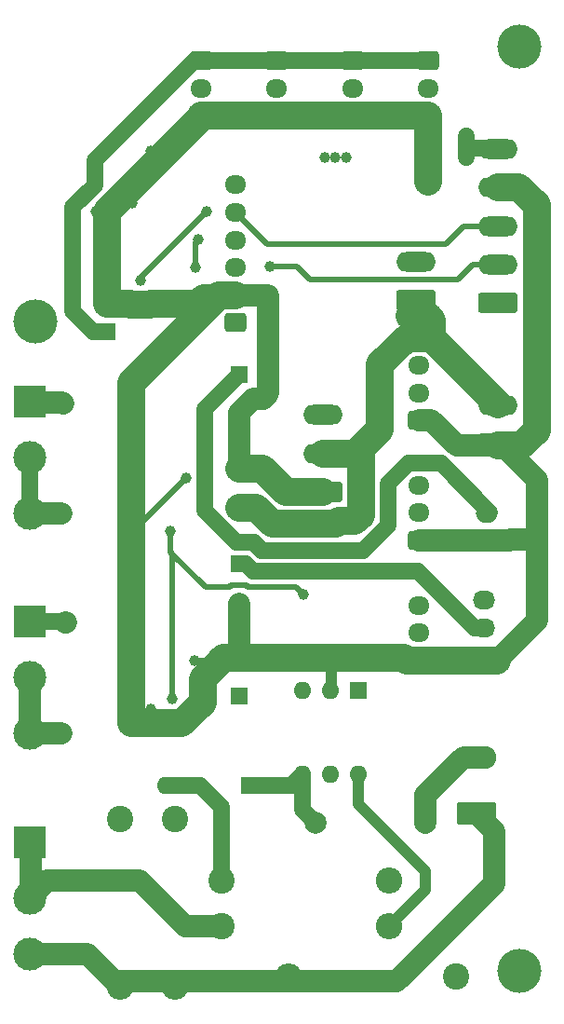
<source format=gbr>
%TF.GenerationSoftware,KiCad,Pcbnew,7.0.11-7.0.11~ubuntu22.04.1*%
%TF.CreationDate,2024-03-11T04:50:29+03:00*%
%TF.ProjectId,MSConn,4d53436f-6e6e-42e6-9b69-6361645f7063,rev?*%
%TF.SameCoordinates,PX5f5e100PY5f5e100*%
%TF.FileFunction,Copper,L2,Bot*%
%TF.FilePolarity,Positive*%
%FSLAX46Y46*%
G04 Gerber Fmt 4.6, Leading zero omitted, Abs format (unit mm)*
G04 Created by KiCad (PCBNEW 7.0.11-7.0.11~ubuntu22.04.1) date 2024-03-11 04:50:29*
%MOMM*%
%LPD*%
G01*
G04 APERTURE LIST*
G04 Aperture macros list*
%AMRoundRect*
0 Rectangle with rounded corners*
0 $1 Rounding radius*
0 $2 $3 $4 $5 $6 $7 $8 $9 X,Y pos of 4 corners*
0 Add a 4 corners polygon primitive as box body*
4,1,4,$2,$3,$4,$5,$6,$7,$8,$9,$2,$3,0*
0 Add four circle primitives for the rounded corners*
1,1,$1+$1,$2,$3*
1,1,$1+$1,$4,$5*
1,1,$1+$1,$6,$7*
1,1,$1+$1,$8,$9*
0 Add four rect primitives between the rounded corners*
20,1,$1+$1,$2,$3,$4,$5,0*
20,1,$1+$1,$4,$5,$6,$7,0*
20,1,$1+$1,$6,$7,$8,$9,0*
20,1,$1+$1,$8,$9,$2,$3,0*%
G04 Aperture macros list end*
%TA.AperFunction,ComponentPad*%
%ADD10R,3.000000X3.000000*%
%TD*%
%TA.AperFunction,ComponentPad*%
%ADD11C,3.000000*%
%TD*%
%TA.AperFunction,ComponentPad*%
%ADD12C,4.000000*%
%TD*%
%TA.AperFunction,ComponentPad*%
%ADD13R,1.600000X1.600000*%
%TD*%
%TA.AperFunction,ComponentPad*%
%ADD14C,1.600000*%
%TD*%
%TA.AperFunction,ComponentPad*%
%ADD15C,2.000000*%
%TD*%
%TA.AperFunction,ComponentPad*%
%ADD16RoundRect,0.250000X-0.725000X0.600000X-0.725000X-0.600000X0.725000X-0.600000X0.725000X0.600000X0*%
%TD*%
%TA.AperFunction,ComponentPad*%
%ADD17O,1.950000X1.700000*%
%TD*%
%TA.AperFunction,ComponentPad*%
%ADD18RoundRect,0.249999X1.550001X-0.790001X1.550001X0.790001X-1.550001X0.790001X-1.550001X-0.790001X0*%
%TD*%
%TA.AperFunction,ComponentPad*%
%ADD19O,3.600000X2.080000*%
%TD*%
%TA.AperFunction,ComponentPad*%
%ADD20C,2.400000*%
%TD*%
%TA.AperFunction,ComponentPad*%
%ADD21O,2.400000X2.400000*%
%TD*%
%TA.AperFunction,ComponentPad*%
%ADD22O,1.600000X1.600000*%
%TD*%
%TA.AperFunction,ComponentPad*%
%ADD23RoundRect,0.250000X0.750000X-0.600000X0.750000X0.600000X-0.750000X0.600000X-0.750000X-0.600000X0*%
%TD*%
%TA.AperFunction,ComponentPad*%
%ADD24O,2.000000X1.700000*%
%TD*%
%TA.AperFunction,ComponentPad*%
%ADD25RoundRect,0.250000X1.550000X-0.650000X1.550000X0.650000X-1.550000X0.650000X-1.550000X-0.650000X0*%
%TD*%
%TA.AperFunction,ComponentPad*%
%ADD26O,3.600000X1.800000*%
%TD*%
%TA.AperFunction,ComponentPad*%
%ADD27R,2.030000X1.730000*%
%TD*%
%TA.AperFunction,ComponentPad*%
%ADD28O,2.030000X1.730000*%
%TD*%
%TA.AperFunction,ComponentPad*%
%ADD29RoundRect,0.250000X0.725000X-0.600000X0.725000X0.600000X-0.725000X0.600000X-0.725000X-0.600000X0*%
%TD*%
%TA.AperFunction,ViaPad*%
%ADD30C,1.000000*%
%TD*%
%TA.AperFunction,ViaPad*%
%ADD31C,1.600000*%
%TD*%
%TA.AperFunction,Conductor*%
%ADD32C,2.500000*%
%TD*%
%TA.AperFunction,Conductor*%
%ADD33C,0.500000*%
%TD*%
%TA.AperFunction,Conductor*%
%ADD34C,2.000000*%
%TD*%
%TA.AperFunction,Conductor*%
%ADD35C,1.500000*%
%TD*%
%TA.AperFunction,Conductor*%
%ADD36C,1.000000*%
%TD*%
G04 APERTURE END LIST*
D10*
%TO.P,RV1,1,1*%
%TO.N,/Led_Drv*%
X2500000Y54731350D03*
D11*
%TO.P,RV1,2,2*%
%TO.N,Net-(C5-Pad2)*%
X2500000Y49651350D03*
%TO.P,RV1,3,3*%
X2500000Y44571350D03*
%TD*%
D12*
%TO.P,H1,1,1*%
%TO.N,unconnected-(H1-Pad1)*%
X47000000Y87000000D03*
%TD*%
D13*
%TO.P,C10,1*%
%TO.N,+24V*%
X21500000Y27947349D03*
D14*
%TO.P,C10,2*%
%TO.N,GND*%
X21500000Y31447349D03*
%TD*%
D15*
%TO.P,C11,1*%
%TO.N,Net-(D6-K)*%
X28500000Y16500000D03*
%TO.P,C11,2*%
%TO.N,/~{AC1}*%
X38500000Y16500000D03*
%TD*%
D16*
%TO.P,J4,1,Pin_1*%
%TO.N,+5V*%
X38763153Y85731350D03*
D17*
%TO.P,J4,2,Pin_2*%
%TO.N,/y_in2*%
X38763153Y83231350D03*
%TO.P,J4,3,Pin_3*%
%TO.N,GND*%
X38763153Y80731350D03*
%TD*%
D18*
%TO.P,J9,1,Pin_1*%
%TO.N,/AC1*%
X43100000Y17320000D03*
D19*
%TO.P,J9,2,Pin_2*%
%TO.N,/~{AC1}*%
X43100000Y22400000D03*
%TD*%
D16*
%TO.P,J2,1,Pin_1*%
%TO.N,+5V*%
X24963153Y85731350D03*
D17*
%TO.P,J2,2,Pin_2*%
%TO.N,/x_in2*%
X24963153Y83231350D03*
%TO.P,J2,3,Pin_3*%
%TO.N,GND*%
X24963153Y80731350D03*
%TD*%
D12*
%TO.P,H3,1,1*%
%TO.N,unconnected-(H3-Pad1)*%
X47000000Y3000000D03*
%TD*%
D16*
%TO.P,J3,1,Pin_1*%
%TO.N,+5V*%
X31863153Y85731350D03*
D17*
%TO.P,J3,2,Pin_2*%
%TO.N,/y_in1*%
X31863153Y83231350D03*
%TO.P,J3,3,Pin_3*%
%TO.N,GND*%
X31863153Y80731350D03*
%TD*%
D20*
%TO.P,R27,1*%
%TO.N,/~{AC1}*%
X41300000Y2500000D03*
D21*
%TO.P,R27,2*%
%TO.N,/AC1*%
X26060000Y2500000D03*
%TD*%
D13*
%TO.P,U3,1*%
%TO.N,Net-(R20-Pad1)*%
X32400000Y28520000D03*
D22*
%TO.P,U3,2*%
%TO.N,GND*%
X29860000Y28520000D03*
%TO.P,U3,3,NC*%
%TO.N,unconnected-(U3-NC-Pad3)*%
X27320000Y28520000D03*
%TO.P,U3,4*%
%TO.N,Net-(D6-K)*%
X27320000Y20900000D03*
%TO.P,U3,5,NC*%
%TO.N,unconnected-(U3-NC-Pad5)*%
X29860000Y20900000D03*
%TO.P,U3,6*%
%TO.N,Net-(R26-Pad2)*%
X32400000Y20900000D03*
%TD*%
D13*
%TO.P,C7,1*%
%TO.N,/Fan_Drv*%
X21500000Y40000000D03*
D14*
%TO.P,C7,2*%
%TO.N,GND*%
X21500000Y36500000D03*
%TD*%
D10*
%TO.P,RV2,1,1*%
%TO.N,/Fan_Drv*%
X2500000Y34731350D03*
D11*
%TO.P,RV2,2,2*%
%TO.N,Net-(C8-Pad2)*%
X2500000Y29651350D03*
%TO.P,RV2,3,3*%
X2500000Y24571350D03*
%TD*%
D13*
%TO.P,C3,1*%
%TO.N,/Led_Drv*%
X21500000Y57184001D03*
D14*
%TO.P,C3,2*%
%TO.N,GND*%
X21500000Y53684001D03*
%TD*%
D23*
%TO.P,J7,1,Pin_1*%
%TO.N,GND*%
X44100000Y42100000D03*
D24*
%TO.P,J7,2,Pin_2*%
%TO.N,/Led_Drv*%
X44100000Y44600000D03*
%TD*%
D25*
%TO.P,J6,1,Pin_1*%
%TO.N,GND*%
X45100000Y50900000D03*
D26*
%TO.P,J6,2,Pin_2*%
%TO.N,+24V*%
X45100000Y54400000D03*
%TD*%
D25*
%TO.P,J5,1,Pin_1*%
%TO.N,unconnected-(J5-Pin_1-Pad1)*%
X45100000Y63700000D03*
D26*
%TO.P,J5,2,Pin_2*%
%TO.N,Net-(D1-K)*%
X45100000Y67200000D03*
%TO.P,J5,3,Pin_3*%
%TO.N,/SGN_PWM*%
X45100000Y70700000D03*
%TO.P,J5,4,Pin_4*%
%TO.N,GND*%
X45100000Y74200000D03*
%TO.P,J5,5,Pin_5*%
%TO.N,/Laser_Power*%
X45100000Y77700000D03*
%TD*%
D27*
%TO.P,J8,1,Pin_1*%
%TO.N,GND*%
X43800000Y31600000D03*
D28*
%TO.P,J8,2,Pin_2*%
%TO.N,/Fan_Drv*%
X43800000Y34140000D03*
%TO.P,J8,3,Pin_3*%
%TO.N,unconnected-(J8-Pin_3-Pad3)*%
X43800000Y36680000D03*
%TD*%
D16*
%TO.P,J1,1,Pin_1*%
%TO.N,+5V*%
X18063153Y85731350D03*
D17*
%TO.P,J1,2,Pin_2*%
%TO.N,/x_in1*%
X18063153Y83231350D03*
%TO.P,J1,3,Pin_3*%
%TO.N,GND*%
X18063153Y80731350D03*
%TD*%
D10*
%TO.P,RV3,1,1*%
%TO.N,Net-(R26-Pad1)*%
X2500000Y14731350D03*
D11*
%TO.P,RV3,2,2*%
X2500000Y9651350D03*
%TO.P,RV3,3,3*%
%TO.N,/AC1*%
X2500000Y4571350D03*
%TD*%
D12*
%TO.P,H2,1,1*%
%TO.N,unconnected-(H2-Pad1)*%
X3000000Y62000000D03*
%TD*%
D20*
%TO.P,R25,1*%
%TO.N,Net-(D6-A)*%
X19960000Y11200000D03*
D21*
%TO.P,R25,2*%
%TO.N,Net-(Q11-G)*%
X35200000Y11200000D03*
%TD*%
D20*
%TO.P,R26,1*%
%TO.N,Net-(R26-Pad1)*%
X19960000Y7100000D03*
D21*
%TO.P,R26,2*%
%TO.N,Net-(R26-Pad2)*%
X35200000Y7100000D03*
%TD*%
D13*
%TO.P,C6,1*%
%TO.N,+24V*%
X21500000Y45131350D03*
D14*
%TO.P,C6,2*%
%TO.N,GND*%
X21500000Y48631350D03*
%TD*%
D13*
%TO.P,C2,1*%
%TO.N,+5V*%
X9500000Y61117620D03*
D14*
%TO.P,C2,2*%
%TO.N,GND*%
X9500000Y63617620D03*
%TD*%
D13*
%TO.P,D6,1,K*%
%TO.N,Net-(D6-K)*%
X22500000Y19900000D03*
D22*
%TO.P,D6,2,A*%
%TO.N,Net-(D6-A)*%
X14880000Y19900000D03*
%TD*%
D20*
%TO.P,R23,1*%
%TO.N,Net-(D7--)*%
X10700000Y16840000D03*
D21*
%TO.P,R23,2*%
%TO.N,/AC1*%
X10700000Y1600000D03*
%TD*%
D20*
%TO.P,R24,1*%
%TO.N,Net-(D7-+)*%
X15700000Y16840000D03*
D21*
%TO.P,R24,2*%
%TO.N,/AC1*%
X15700000Y1600000D03*
%TD*%
D25*
%TO.P,J13,1,Pin_1*%
%TO.N,GND*%
X29157500Y46517500D03*
D26*
%TO.P,J13,2,Pin_2*%
%TO.N,+24V*%
X29157500Y50017500D03*
%TO.P,J13,3,Pin_3*%
%TO.N,VDC*%
X29157500Y53517500D03*
%TD*%
D25*
%TO.P,J10,1,Pin_1*%
%TO.N,+24V*%
X37613153Y63931350D03*
D26*
%TO.P,J10,2,Pin_2*%
%TO.N,VDC*%
X37613153Y67431350D03*
%TD*%
D29*
%TO.P,J15,1,Pin_1*%
%TO.N,GND*%
X37900000Y31231350D03*
D17*
%TO.P,J15,2,Pin_2*%
%TO.N,/Pump_Btn*%
X37900000Y33731350D03*
%TO.P,J15,3,Pin_3*%
%TO.N,Net-(J15-Pin_3)*%
X37900000Y36231350D03*
%TD*%
D29*
%TO.P,J12,1,Pin_1*%
%TO.N,GND*%
X37900000Y53031350D03*
D17*
%TO.P,J12,2,Pin_2*%
%TO.N,/Laser_Btn*%
X37900000Y55531350D03*
%TO.P,J12,3,Pin_3*%
%TO.N,Net-(J12-Pin_3)*%
X37900000Y58031350D03*
%TD*%
D29*
%TO.P,J14,1,Pin_1*%
%TO.N,GND*%
X37875000Y42131350D03*
D17*
%TO.P,J14,2,Pin_2*%
%TO.N,/Fan_Led_Btn*%
X37875000Y44631350D03*
%TO.P,J14,3,Pin_3*%
%TO.N,Net-(J14-Pin_3)*%
X37875000Y47131350D03*
%TD*%
D29*
%TO.P,J11,1,Pin_1*%
%TO.N,+5V*%
X21213153Y61931350D03*
D17*
%TO.P,J11,2,Pin_2*%
%TO.N,GND*%
X21213153Y64431350D03*
%TO.P,J11,3,Pin_3*%
%TO.N,/X_DIAG*%
X21213153Y66931350D03*
%TO.P,J11,4,Pin_4*%
%TO.N,/Y_DIAG*%
X21213153Y69431350D03*
%TO.P,J11,5,Pin_5*%
%TO.N,/SGN_PWM*%
X21213153Y71931350D03*
%TO.P,J11,6,Pin_6*%
%TO.N,/SGN_AIR*%
X21213153Y74431350D03*
%TD*%
D30*
%TO.N,GND*%
X13500000Y77500000D03*
X17486847Y31212500D03*
X8525000Y72043198D03*
X16750000Y47834425D03*
X11782376Y72756030D03*
X13100000Y63617621D03*
X13500000Y26799986D03*
X9470351Y68788834D03*
X11906872Y43108036D03*
D31*
%TO.N,/Fan_Drv*%
X5751350Y34648650D03*
%TO.N,/Led_Drv*%
X5500000Y54600000D03*
D30*
%TO.N,/Laser_Power*%
X31300000Y76900000D03*
X29300000Y76900000D03*
X42200000Y77900000D03*
X30300000Y76900000D03*
X42200000Y78900000D03*
X42200000Y76900000D03*
%TO.N,/Fan_Led_En*%
X15432812Y27709568D03*
X27400000Y37200000D03*
X15300000Y42999996D03*
%TO.N,+5V*%
X17600000Y66900000D03*
X17800000Y69438634D03*
X8413159Y75186813D03*
%TO.N,/SGN_AIR*%
X12540689Y65738634D03*
X18584225Y72022466D03*
%TO.N,Net-(D1-K)*%
X24300000Y67000000D03*
D31*
%TO.N,Net-(C5-Pad2)*%
X5400000Y44599992D03*
%TO.N,Net-(C8-Pad2)*%
X5400000Y24600000D03*
%TD*%
D32*
%TO.N,GND*%
X11650129Y63588634D02*
X11621142Y63617621D01*
X17424424Y63617621D02*
X13460236Y63617621D01*
X13460236Y63617621D02*
X13431249Y63588634D01*
X13431249Y63588634D02*
X11650129Y63588634D01*
X11621142Y63617621D02*
X9500001Y63617621D01*
X9500001Y63617621D02*
X9500001Y72043198D01*
X9500001Y72043198D02*
X18063153Y80606350D01*
D33*
X11782376Y74325574D02*
X11782376Y72756030D01*
D32*
X16300000Y25500000D02*
X18200000Y27400000D01*
X38763153Y74736847D02*
X38763153Y80731350D01*
D33*
X13500000Y77500000D02*
X14956804Y77500000D01*
D32*
X23668650Y48631350D02*
X21500000Y48631350D01*
D34*
X48600000Y47600000D02*
X48600000Y42000000D01*
X48600000Y42000000D02*
X48600000Y34860002D01*
D33*
X13500000Y77500000D02*
X13500000Y76043198D01*
D34*
X24188153Y64431350D02*
X24188153Y55472154D01*
D32*
X20100000Y31447349D02*
X21500000Y31447349D01*
X21500000Y31447349D02*
X36523467Y31447349D01*
X36739466Y31231350D02*
X37900000Y31231350D01*
X11700000Y56437131D02*
X11700000Y25500000D01*
D35*
X18063153Y80731350D02*
X18063153Y80606350D01*
D32*
X45113153Y74231350D02*
X46968650Y74231350D01*
D34*
X37875000Y42131350D02*
X46131350Y42131350D01*
D33*
X18063153Y80606349D02*
X18063153Y80731350D01*
D32*
X48600000Y72600000D02*
X48600000Y52100000D01*
X29157500Y46517500D02*
X25782500Y46517500D01*
D33*
X11906872Y43108036D02*
X12023611Y43108036D01*
X12023611Y43108036D02*
X16750000Y47834425D01*
D34*
X23700000Y54984001D02*
X22800000Y54984001D01*
X46131350Y42131350D02*
X46200000Y42200000D01*
X48600000Y34860002D02*
X44971348Y31231350D01*
X24188153Y55472154D02*
X23700000Y54984001D01*
D32*
X47231350Y50731350D02*
X45113153Y50731350D01*
D36*
X29900000Y28400000D02*
X29900000Y31187349D01*
D32*
X18200000Y29547349D02*
X20100000Y31447349D01*
D34*
X48400000Y42200000D02*
X48600000Y42000000D01*
X41309210Y50731350D02*
X45113153Y50731350D01*
D32*
X25782500Y46517500D02*
X23668650Y48631350D01*
X36523467Y31447349D02*
X36739466Y31231350D01*
X46968650Y74231350D02*
X48600000Y72600000D01*
X18063153Y80731350D02*
X38763153Y80731350D01*
X21213153Y64431350D02*
X19694219Y64431350D01*
D34*
X18238153Y64431350D02*
X17424424Y63617621D01*
D32*
X19694219Y64431350D02*
X11700000Y56437131D01*
D34*
X46200000Y42200000D02*
X48400000Y42200000D01*
X21213153Y64431350D02*
X24188153Y64431350D01*
D32*
X37900000Y31231350D02*
X44971348Y31231350D01*
X11700000Y25500000D02*
X16300000Y25500000D01*
X18200000Y27400000D02*
X18200000Y29547349D01*
D34*
X21500000Y53684001D02*
X21500000Y48631350D01*
X22800000Y54984001D02*
X21500000Y53684001D01*
X21500000Y31347349D02*
X21500000Y36400000D01*
D33*
X13500000Y76043198D02*
X11782376Y74325574D01*
D34*
X37900000Y53031350D02*
X39009210Y53031350D01*
D33*
X21265151Y31212500D02*
X21500000Y31447349D01*
X14956804Y77500000D02*
X18063153Y80606349D01*
D34*
X21213153Y64431350D02*
X18238153Y64431350D01*
X45468650Y50731350D02*
X48600000Y47600000D01*
X39009210Y53031350D02*
X41309210Y50731350D01*
X45113153Y50731350D02*
X45468650Y50731350D01*
D33*
X17486847Y31212500D02*
X21265151Y31212500D01*
D32*
X48600000Y52100000D02*
X47231350Y50731350D01*
D35*
%TO.N,/Fan_Drv*%
X21500000Y40000000D02*
X22117662Y40000000D01*
X37784777Y39300000D02*
X42944777Y34140000D01*
X5668650Y34731350D02*
X5700000Y34700000D01*
X22817662Y39300000D02*
X37784777Y39300000D01*
X2500000Y34731350D02*
X5668650Y34731350D01*
X22117662Y40000000D02*
X22817662Y39300000D01*
D34*
X5700000Y34700000D02*
X5751350Y34648650D01*
D35*
X42944777Y34140000D02*
X43800000Y34140000D01*
%TO.N,/Led_Drv*%
X36921573Y49131350D02*
X35050000Y47259777D01*
X18400000Y54084001D02*
X21500000Y57184001D01*
X23587168Y41217500D02*
X22854669Y41950000D01*
X21287237Y41950000D02*
X18400000Y44837237D01*
X18400000Y44837237D02*
X18400000Y54084001D01*
D34*
X5448650Y54651350D02*
X5500000Y54600000D01*
D35*
X22854669Y41950000D02*
X21287237Y41950000D01*
X35050000Y47259777D02*
X35050000Y43455887D01*
X35050000Y43455887D02*
X32811613Y41217500D01*
X44300000Y44700000D02*
X39868650Y49131350D01*
X32811613Y41217500D02*
X23587168Y41217500D01*
D34*
X2700000Y54651350D02*
X5448650Y54651350D01*
D35*
X39868650Y49131350D02*
X36921573Y49131350D01*
D32*
%TO.N,+24V*%
X30608719Y43867500D02*
X32067500Y43867500D01*
X32117500Y50017500D02*
X29157500Y50017500D01*
X32650000Y44450000D02*
X32650000Y50550000D01*
X45113153Y54478731D02*
X39060534Y60531350D01*
X37000000Y62500000D02*
X38700000Y62500000D01*
X23067431Y45131350D02*
X24581281Y43617500D01*
X39060534Y60531350D02*
X36739466Y60531350D01*
X32067500Y43867500D02*
X32650000Y44450000D01*
X32650000Y50550000D02*
X34300000Y52200000D01*
X34300000Y58091884D02*
X34300000Y52200000D01*
X30358719Y43617500D02*
X30608719Y43867500D01*
X39100000Y62100000D02*
X39100000Y60570816D01*
X39100000Y60570816D02*
X39060534Y60531350D01*
X38700000Y62500000D02*
X39100000Y62100000D01*
X36739466Y60531350D02*
X34300000Y58091884D01*
X32650000Y50550000D02*
X32117500Y50017500D01*
X21500000Y45131350D02*
X23067431Y45131350D01*
X24581281Y43617500D02*
X30358719Y43617500D01*
D34*
%TO.N,/~{AC1}*%
X43100000Y22400000D02*
X41900000Y22400000D01*
X41900000Y22400000D02*
X38500000Y19000000D01*
X38500000Y19000000D02*
X38500000Y16500000D01*
D35*
%TO.N,Net-(D6-K)*%
X28500000Y16500000D02*
X27320000Y17680000D01*
X22500000Y19900000D02*
X26320000Y19900000D01*
X26320000Y19900000D02*
X27320000Y20900000D01*
X27320000Y17680000D02*
X27320000Y20900000D01*
%TO.N,Net-(D6-A)*%
X19960000Y17940000D02*
X18000000Y19900000D01*
X19960000Y11200000D02*
X19960000Y17940000D01*
X18000000Y19900000D02*
X14880000Y19900000D01*
%TO.N,/Laser_Power*%
X45113153Y77731350D02*
X42368650Y77731350D01*
X42200000Y78900000D02*
X42200000Y76900000D01*
X42368650Y77731350D02*
X42200000Y77900000D01*
D34*
%TO.N,/AC1*%
X2500000Y4571350D02*
X7700000Y4571350D01*
X44713153Y15706847D02*
X43100000Y17320000D01*
X35871350Y2071350D02*
X44713153Y10913153D01*
X44713153Y10913153D02*
X44713153Y15706847D01*
X10200000Y2071350D02*
X35871350Y2071350D01*
X7700000Y4571350D02*
X10200000Y2071350D01*
D33*
%TO.N,/Fan_Led_En*%
X18450000Y37900000D02*
X20666548Y37900000D01*
X15300000Y41050000D02*
X18450000Y37900000D01*
X20666548Y37900000D02*
X20816548Y38050000D01*
X15432812Y27709568D02*
X15400000Y27742380D01*
X22333452Y37900000D02*
X26700000Y37900000D01*
X20816548Y38050000D02*
X22183452Y38050000D01*
X22183452Y38050000D02*
X22333452Y37900000D01*
X15400000Y40950000D02*
X15300000Y41050000D01*
X15300000Y42999996D02*
X15300000Y41050000D01*
X26700000Y37900000D02*
X27400000Y37200000D01*
X15400000Y27742380D02*
X15400000Y40950000D01*
D34*
%TO.N,Net-(R26-Pad1)*%
X19960000Y7100000D02*
X16600000Y7100000D01*
X16600000Y7100000D02*
X12500000Y11200000D01*
X4048650Y11200000D02*
X2500000Y9651350D01*
X2600000Y14700000D02*
X2600000Y9620000D01*
X12500000Y11200000D02*
X4048650Y11200000D01*
D35*
%TO.N,+5V*%
X8400000Y74400000D02*
X6400000Y72400000D01*
X8241823Y61117620D02*
X9500000Y61117620D01*
X8400000Y76700000D02*
X8400000Y74400000D01*
D33*
X17600000Y69238634D02*
X17600000Y66900000D01*
D35*
X17431350Y85731350D02*
X8400000Y76700000D01*
D33*
X17800000Y69438634D02*
X17600000Y69238634D01*
D35*
X18063153Y85731350D02*
X38763153Y85731350D01*
X6400000Y62959443D02*
X8241823Y61117620D01*
X18063153Y85731350D02*
X17431350Y85731350D01*
X6400000Y72400000D02*
X6400000Y62959443D01*
D33*
%TO.N,/SGN_PWM*%
X21213153Y71931350D02*
X24063153Y69081350D01*
X24063153Y69081350D02*
X40318650Y69081350D01*
X40318650Y69081350D02*
X41937300Y70700000D01*
X41937300Y70700000D02*
X45100000Y70700000D01*
%TO.N,/SGN_AIR*%
X18584225Y72022466D02*
X12300393Y65738634D01*
D36*
%TO.N,Net-(R26-Pad2)*%
X38500000Y10400000D02*
X38500000Y12100000D01*
X38500000Y12100000D02*
X32400000Y18200000D01*
X35200000Y7100000D02*
X38500000Y10400000D01*
X32400000Y18200000D02*
X32400000Y20900000D01*
D33*
%TO.N,Net-(D1-K)*%
X28000000Y65800000D02*
X26800000Y67000000D01*
X26800000Y67000000D02*
X24300000Y67000000D01*
X41400000Y65800000D02*
X28000000Y65800000D01*
X42800000Y67200000D02*
X41400000Y65800000D01*
X45100000Y67200000D02*
X42800000Y67200000D01*
D34*
%TO.N,Net-(C5-Pad2)*%
X2500000Y44571350D02*
X5371358Y44571350D01*
X5371358Y44571350D02*
X5400000Y44599992D01*
D35*
X2500000Y49651350D02*
X2500000Y44571350D01*
D34*
%TO.N,Net-(C8-Pad2)*%
X5371350Y24571350D02*
X5400000Y24600000D01*
X2500000Y29640000D02*
X2500000Y24560000D01*
X2500000Y24571350D02*
X5371350Y24571350D01*
%TD*%
M02*

</source>
